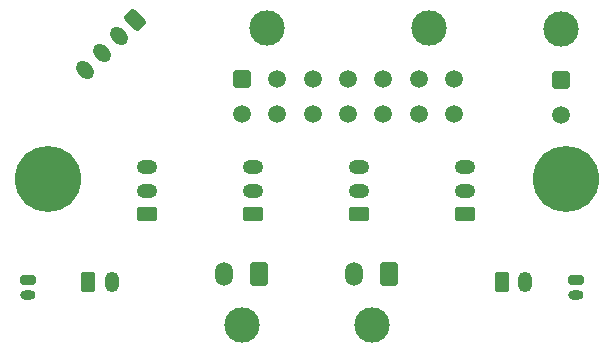
<source format=gbr>
%TF.GenerationSoftware,KiCad,Pcbnew,7.0.5*%
%TF.CreationDate,2023-07-25T09:46:53+02:00*%
%TF.ProjectId,XOL Breakout,584f4c20-4272-4656-916b-6f75742e6b69,rev?*%
%TF.SameCoordinates,Original*%
%TF.FileFunction,Soldermask,Top*%
%TF.FilePolarity,Negative*%
%FSLAX46Y46*%
G04 Gerber Fmt 4.6, Leading zero omitted, Abs format (unit mm)*
G04 Created by KiCad (PCBNEW 7.0.5) date 2023-07-25 09:46:53*
%MOMM*%
%LPD*%
G01*
G04 APERTURE LIST*
G04 Aperture macros list*
%AMRoundRect*
0 Rectangle with rounded corners*
0 $1 Rounding radius*
0 $2 $3 $4 $5 $6 $7 $8 $9 X,Y pos of 4 corners*
0 Add a 4 corners polygon primitive as box body*
4,1,4,$2,$3,$4,$5,$6,$7,$8,$9,$2,$3,0*
0 Add four circle primitives for the rounded corners*
1,1,$1+$1,$2,$3*
1,1,$1+$1,$4,$5*
1,1,$1+$1,$6,$7*
1,1,$1+$1,$8,$9*
0 Add four rect primitives between the rounded corners*
20,1,$1+$1,$2,$3,$4,$5,0*
20,1,$1+$1,$4,$5,$6,$7,0*
20,1,$1+$1,$6,$7,$8,$9,0*
20,1,$1+$1,$8,$9,$2,$3,0*%
%AMHorizOval*
0 Thick line with rounded ends*
0 $1 width*
0 $2 $3 position (X,Y) of the first rounded end (center of the circle)*
0 $4 $5 position (X,Y) of the second rounded end (center of the circle)*
0 Add line between two ends*
20,1,$1,$2,$3,$4,$5,0*
0 Add two circle primitives to create the rounded ends*
1,1,$1,$2,$3*
1,1,$1,$4,$5*%
G04 Aperture macros list end*
%ADD10C,3.000000*%
%ADD11RoundRect,0.250001X0.499999X0.759999X-0.499999X0.759999X-0.499999X-0.759999X0.499999X-0.759999X0*%
%ADD12O,1.500000X2.020000*%
%ADD13RoundRect,0.250000X-0.350000X-0.625000X0.350000X-0.625000X0.350000X0.625000X-0.350000X0.625000X0*%
%ADD14O,1.200000X1.750000*%
%ADD15C,5.600000*%
%ADD16RoundRect,0.250000X-0.194454X0.689429X-0.689429X0.194454X0.194454X-0.689429X0.689429X-0.194454X0*%
%ADD17HorizOval,1.200000X-0.194454X0.194454X0.194454X-0.194454X0*%
%ADD18RoundRect,0.250000X0.625000X-0.350000X0.625000X0.350000X-0.625000X0.350000X-0.625000X-0.350000X0*%
%ADD19O,1.750000X1.200000*%
%ADD20RoundRect,0.250001X-0.499999X-0.499999X0.499999X-0.499999X0.499999X0.499999X-0.499999X0.499999X0*%
%ADD21C,1.500000*%
%ADD22RoundRect,0.200000X-0.450000X0.200000X-0.450000X-0.200000X0.450000X-0.200000X0.450000X0.200000X0*%
%ADD23O,1.300000X0.800000*%
G04 APERTURE END LIST*
D10*
%TO.C,TH0*%
X105500000Y-112350000D03*
D11*
X107000000Y-108030000D03*
D12*
X104000000Y-108030000D03*
%TD*%
D13*
%TO.C,PCF2*%
X81498263Y-108736417D03*
D14*
X83498263Y-108736417D03*
%TD*%
D15*
%TO.C,H1*%
X78075000Y-100000000D03*
%TD*%
D16*
%TO.C,ESTEP1*%
X85500000Y-86500000D03*
D17*
X84085786Y-87914214D03*
X82671573Y-89328427D03*
X81257359Y-90742641D03*
%TD*%
D18*
%TO.C,HEF1*%
X104450000Y-103000000D03*
D19*
X104450000Y-101000000D03*
X104450000Y-99000000D03*
%TD*%
D15*
%TO.C,H2*%
X121925000Y-100000000D03*
%TD*%
D13*
%TO.C,PCF1*%
X116500000Y-108700000D03*
D14*
X118500000Y-108700000D03*
%TD*%
D18*
%TO.C,LED1*%
X95450000Y-103000000D03*
D19*
X95450000Y-101000000D03*
X95450000Y-99000000D03*
%TD*%
D10*
%TO.C,MCU1*%
X96660000Y-87180000D03*
X110360000Y-87180000D03*
D20*
X94500000Y-91500000D03*
D21*
X97500000Y-91500000D03*
X100500000Y-91500000D03*
X103500000Y-91500000D03*
X106500000Y-91500000D03*
X109500000Y-91500000D03*
X112500000Y-91500000D03*
X94500000Y-94500000D03*
X97500000Y-94500000D03*
X100500000Y-94500000D03*
X103500000Y-94500000D03*
X106500000Y-94500000D03*
X109500000Y-94500000D03*
X112500000Y-94500000D03*
%TD*%
D10*
%TO.C,HE0*%
X94500000Y-112350000D03*
D11*
X96000000Y-108030000D03*
D12*
X93000000Y-108030000D03*
%TD*%
D22*
%TO.C,PCF3*%
X122781785Y-108536417D03*
D23*
X122781785Y-109786417D03*
%TD*%
D18*
%TO.C,PROBE1*%
X86450000Y-103000000D03*
D19*
X86450000Y-101000000D03*
X86450000Y-99000000D03*
%TD*%
D18*
%TO.C,FS1*%
X113450000Y-103000000D03*
D19*
X113450000Y-101000000D03*
X113450000Y-99000000D03*
%TD*%
D22*
%TO.C,PCF4*%
X76427718Y-108576964D03*
D23*
X76427718Y-109826964D03*
%TD*%
D10*
%TO.C,MCU2*%
X121500000Y-87265000D03*
D20*
X121500000Y-91585000D03*
D21*
X121500000Y-94585000D03*
%TD*%
M02*

</source>
